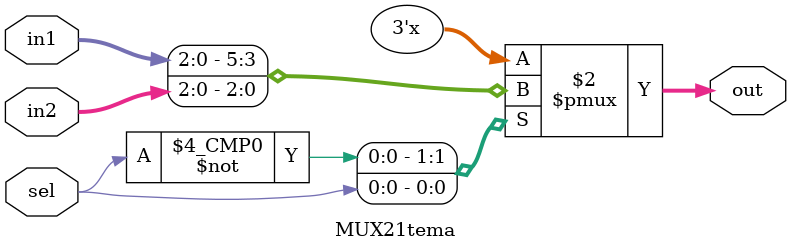
<source format=v>
module MUX21tema (input[2:0] in1, input[2:0] in2, input sel, output reg[2:0] out);
	always@(in1 or in2 or sel) begin
		case(sel)
			0: begin out = in1; end
			1: begin out = in2; end 
			default begin end
		endcase
	end
endmodule
</source>
